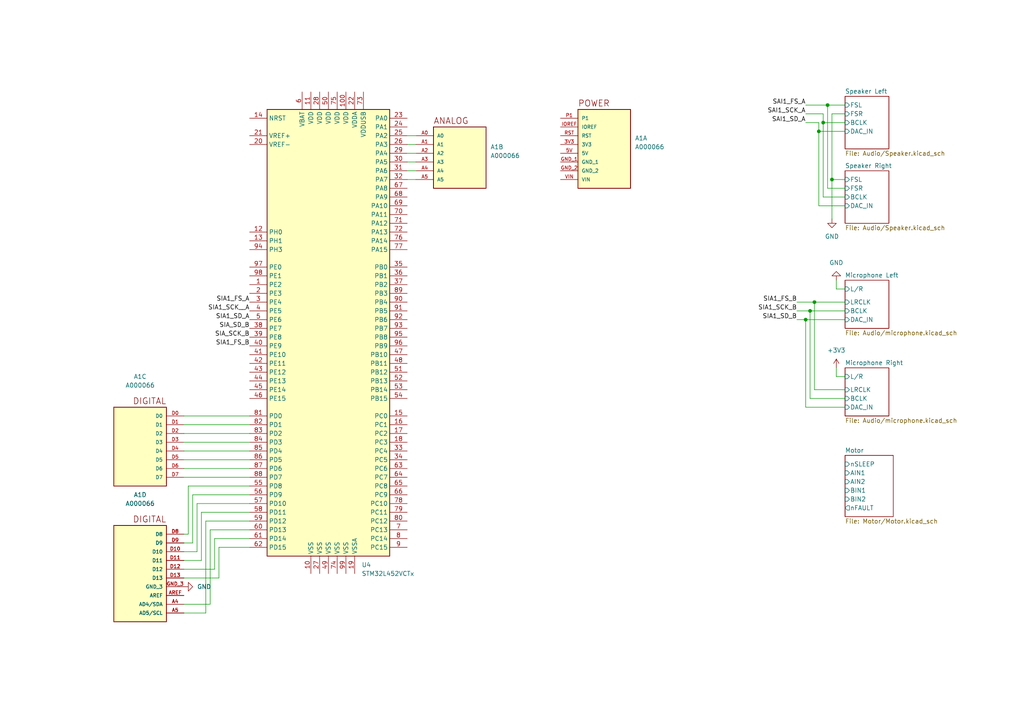
<source format=kicad_sch>
(kicad_sch (version 20211123) (generator eeschema)
  (paper "A4")
  (lib_symbols
    (symbol "A000066_1" (pin_names (offset 1.016))
      (property "Reference" "A1" (at 8.89 1.8323 0))
      (property "Value" "A000066_1" (at 8.89 -0.7077 0))
      (symbol "A000066_1_1_0"
        (rectangle (start -7.62 -10.16) (end 7.62 12.7) (stroke (width 0.254)) (fill (type background)))
        (text "POWER" (at -7.62 13.462 0) (effects (font (size 1.778 1.778)) (justify left bottom)))
        (pin power_in line (at -12.7 2.54 0) (length 5.08) (name "3V3") (number "3V3"))
        (pin power_in line (at -12.7 0 0) (length 5.08) (name "5V") (number "5V"))
        (pin power_in line (at -12.7 -2.54 0) (length 5.08) (name "GND_1") (number "GND_1"))
        (pin power_in line (at -12.7 -5.08 0) (length 5.08) (name "GND_2") (number "GND_2"))
        (pin bidirectional line (at -12.7 7.62 0) (length 5.08) (name "IOREF") (number "IOREF"))
        (pin bidirectional line (at -12.7 10.16 0) (length 5.08) (name "P1") (number "P1"))
        (pin bidirectional line (at -12.7 5.08 0) (length 5.08) (name "RST") (number "RST"))
        (pin power_in line (at -12.7 -7.62 0) (length 5.08) (name "VIN") (number "VIN"))
      )
      (symbol "A000066_1_2_0"
        (rectangle (start -7.62 -10.16) (end 7.62 7.62) (stroke (width 0.254)) (fill (type background)))
        (text "ANALOG" (at -7.62 8.382 0) (effects (font (size 1.778 1.778)) (justify left bottom)))
        (pin bidirectional line (at -12.7 5.08 0) (length 5.08) (name "A0") (number "A0"))
        (pin bidirectional line (at -12.7 2.54 0) (length 5.08) (name "A1") (number "A1"))
        (pin bidirectional line (at -12.7 0 0) (length 5.08) (name "A2") (number "A2"))
        (pin bidirectional line (at -12.7 -2.54 0) (length 5.08) (name "A3") (number "A3"))
        (pin bidirectional line (at -12.7 -5.08 0) (length 5.08) (name "A4") (number "A4"))
        (pin bidirectional line (at -12.7 -7.62 0) (length 5.08) (name "A5") (number "A5"))
      )
      (symbol "A000066_1_3_0"
        (rectangle (start -7.62 -12.7) (end 7.62 10.16) (stroke (width 0.254)) (fill (type background)))
        (text "DIGITAL" (at -7.62 10.922 0) (effects (font (size 1.778 1.778)) (justify left bottom)))
        (pin bidirectional line (at -12.7 7.62 0) (length 5.08) (name "D0") (number "D0"))
        (pin bidirectional line (at -12.7 5.08 0) (length 5.08) (name "D1") (number "D1"))
        (pin bidirectional line (at -12.7 2.54 0) (length 5.08) (name "D2") (number "D2"))
        (pin bidirectional line (at -12.7 0 0) (length 5.08) (name "D3") (number "D3"))
        (pin bidirectional line (at -12.7 -2.54 0) (length 5.08) (name "D4") (number "D4"))
        (pin bidirectional line (at -12.7 -5.08 0) (length 5.08) (name "D5") (number "D5"))
        (pin bidirectional line (at -12.7 -7.62 0) (length 5.08) (name "D6") (number "D6"))
        (pin bidirectional line (at -12.7 -10.16 0) (length 5.08) (name "D7") (number "D7"))
      )
      (symbol "A000066_1_4_0"
        (rectangle (start -7.62 -15.24) (end 7.62 12.7) (stroke (width 0.254)) (fill (type background)))
        (text "DIGITAL" (at -7.62 13.462 0) (effects (font (size 1.778 1.778)) (justify left bottom)))
        (pin bidirectional line (at -12.7 -10.16 0) (length 5.08) (name "AD4/SDA") (number "A4"))
        (pin bidirectional line (at -12.7 -12.7 0) (length 5.08) (name "AD5/SCL") (number "A5"))
        (pin bidirectional line (at -12.7 -7.62 0) (length 5.08) (name "AREF") (number "AREF"))
        (pin bidirectional line (at -12.7 5.08 0) (length 5.08) (name "D10") (number "D10"))
        (pin bidirectional line (at -12.7 2.54 0) (length 5.08) (name "D11") (number "D11"))
        (pin bidirectional line (at -12.7 0 0) (length 5.08) (name "D12") (number "D12"))
        (pin bidirectional line (at -12.7 -2.54 0) (length 5.08) (name "D13") (number "D13"))
        (pin bidirectional line (at -12.7 10.16 0) (length 5.08) (name "D8") (number "D8"))
        (pin bidirectional line (at -12.7 7.62 0) (length 5.08) (name "D9") (number "D9"))
        (pin power_in line (at -12.7 -5.08 0) (length 5.08) (name "GND_3") (number "GND_3"))
      )
    )
    (symbol "Arduino Uno:A000066" (pin_names (offset 1.016))
      (property "Reference" "A" (at -7.62 16.002 0))
      (property "Value" "A000066" (at -7.62 -12.7 0))
      (symbol "A000066_1_0"
        (rectangle (start -7.62 -10.16) (end 7.62 12.7) (stroke (width 0.254)) (fill (type background)))
        (text "POWER" (at -7.62 13.462 0) (effects (font (size 1.778 1.778)) (justify left bottom)))
        (pin power_in line (at -12.7 2.54 0) (length 5.08) (name "3V3") (number "3V3"))
        (pin power_in line (at -12.7 0 0) (length 5.08) (name "5V") (number "5V"))
        (pin power_in line (at -12.7 -2.54 0) (length 5.08) (name "GND_1") (number "GND_1"))
        (pin power_in line (at -12.7 -5.08 0) (length 5.08) (name "GND_2") (number "GND_2"))
        (pin bidirectional line (at -12.7 7.62 0) (length 5.08) (name "IOREF") (number "IOREF"))
        (pin bidirectional line (at -12.7 10.16 0) (length 5.08) (name "P1") (number "P1"))
        (pin bidirectional line (at -12.7 5.08 0) (length 5.08) (name "RST") (number "RST"))
        (pin power_in line (at -12.7 -7.62 0) (length 5.08) (name "VIN") (number "VIN"))
      )
      (symbol "A000066_2_0"
        (rectangle (start -7.62 -10.16) (end 7.62 7.62) (stroke (width 0.254)) (fill (type background)))
        (text "ANALOG" (at -7.62 8.382 0) (effects (font (size 1.778 1.778)) (justify left bottom)))
        (pin bidirectional line (at -12.7 5.08 0) (length 5.08) (name "A0") (number "A0"))
        (pin bidirectional line (at -12.7 2.54 0) (length 5.08) (name "A1") (number "A1"))
        (pin bidirectional line (at -12.7 0 0) (length 5.08) (name "A2") (number "A2"))
        (pin bidirectional line (at -12.7 -2.54 0) (length 5.08) (name "A3") (number "A3"))
        (pin bidirectional line (at -12.7 -5.08 0) (length 5.08) (name "A4") (number "A4"))
        (pin bidirectional line (at -12.7 -7.62 0) (length 5.08) (name "A5") (number "A5"))
      )
      (symbol "A000066_3_0"
        (rectangle (start -7.62 -12.7) (end 7.62 10.16) (stroke (width 0.254)) (fill (type background)))
        (text "DIGITAL" (at -7.62 10.922 0) (effects (font (size 1.778 1.778)) (justify left bottom)))
        (pin bidirectional line (at -12.7 7.62 0) (length 5.08) (name "D0") (number "D0"))
        (pin bidirectional line (at -12.7 5.08 0) (length 5.08) (name "D1") (number "D1"))
        (pin bidirectional line (at -12.7 2.54 0) (length 5.08) (name "D2") (number "D2"))
        (pin bidirectional line (at -12.7 0 0) (length 5.08) (name "D3") (number "D3"))
        (pin bidirectional line (at -12.7 -2.54 0) (length 5.08) (name "D4") (number "D4"))
        (pin bidirectional line (at -12.7 -5.08 0) (length 5.08) (name "D5") (number "D5"))
        (pin bidirectional line (at -12.7 -7.62 0) (length 5.08) (name "D6") (number "D6"))
        (pin bidirectional line (at -12.7 -10.16 0) (length 5.08) (name "D7") (number "D7"))
      )
      (symbol "A000066_4_0"
        (rectangle (start -7.62 -15.24) (end 7.62 12.7) (stroke (width 0.254)) (fill (type background)))
        (text "DIGITAL" (at -7.62 13.462 0) (effects (font (size 1.778 1.778)) (justify left bottom)))
        (pin bidirectional line (at -12.7 -10.16 0) (length 5.08) (name "AD4/SDA") (number "A4(SDA)"))
        (pin bidirectional line (at -12.7 -12.7 0) (length 5.08) (name "AD5/SCL") (number "A5(SCL)"))
        (pin bidirectional line (at -12.7 -7.62 0) (length 5.08) (name "AREF") (number "AREF"))
        (pin bidirectional line (at -12.7 5.08 0) (length 5.08) (name "D10") (number "D10"))
        (pin bidirectional line (at -12.7 2.54 0) (length 5.08) (name "D11") (number "D11"))
        (pin bidirectional line (at -12.7 0 0) (length 5.08) (name "D12") (number "D12"))
        (pin bidirectional line (at -12.7 -2.54 0) (length 5.08) (name "D13") (number "D13"))
        (pin bidirectional line (at -12.7 10.16 0) (length 5.08) (name "D8") (number "D8"))
        (pin bidirectional line (at -12.7 7.62 0) (length 5.08) (name "D9") (number "D9"))
        (pin power_in line (at -12.7 -5.08 0) (length 5.08) (name "GND_3") (number "GND_3"))
      )
    )
    (symbol "MCU_ST_STM32L4:STM32L452VCTx"
      (property "Reference" "U" (at -17.78 64.77 0))
      (property "Value" "STM32L452VCTx" (at 12.7 64.77 0))
      (symbol "STM32L452VCTx_0_1"
        (rectangle (start -17.78 -66.04) (end 17.78 63.5) (stroke (width 0.254)) (fill (type background)))
      )
      (symbol "STM32L452VCTx_1_1"
        (pin bidirectional line (at -22.86 12.7 0) (length 5.08) (name "PE2") (number "1"))
        (pin power_in line (at -5.08 -71.12 90) (length 5.08) (name "VSS") (number "10"))
        (pin power_in line (at 5.08 68.58 270) (length 5.08) (name "VDD") (number "100"))
        (pin power_in line (at -5.08 68.58 270) (length 5.08) (name "VDD") (number "11"))
        (pin input line (at -22.86 27.94 0) (length 5.08) (name "PH0") (number "12"))
        (pin input line (at -22.86 25.4 0) (length 5.08) (name "PH1") (number "13"))
        (pin input line (at -22.86 60.96 0) (length 5.08) (name "NRST") (number "14"))
        (pin bidirectional line (at 22.86 -25.4 180) (length 5.08) (name "PC0") (number "15"))
        (pin bidirectional line (at 22.86 -27.94 180) (length 5.08) (name "PC1") (number "16"))
        (pin bidirectional line (at 22.86 -30.48 180) (length 5.08) (name "PC2") (number "17"))
        (pin bidirectional line (at 22.86 -33.02 180) (length 5.08) (name "PC3") (number "18"))
        (pin power_in line (at 7.62 -71.12 90) (length 5.08) (name "VSSA") (number "19"))
        (pin bidirectional line (at -22.86 10.16 0) (length 5.08) (name "PE3") (number "2"))
        (pin power_in line (at -22.86 53.34 0) (length 5.08) (name "VREF-") (number "20"))
        (pin bidirectional line (at -22.86 55.88 0) (length 5.08) (name "VREF+") (number "21"))
        (pin power_in line (at 7.62 68.58 270) (length 5.08) (name "VDDA") (number "22"))
        (pin bidirectional line (at 22.86 60.96 180) (length 5.08) (name "PA0") (number "23"))
        (pin bidirectional line (at 22.86 58.42 180) (length 5.08) (name "PA1") (number "24"))
        (pin bidirectional line (at 22.86 55.88 180) (length 5.08) (name "PA2") (number "25"))
        (pin bidirectional line (at 22.86 53.34 180) (length 5.08) (name "PA3") (number "26"))
        (pin power_in line (at -2.54 -71.12 90) (length 5.08) (name "VSS") (number "27"))
        (pin power_in line (at -2.54 68.58 270) (length 5.08) (name "VDD") (number "28"))
        (pin bidirectional line (at 22.86 50.8 180) (length 5.08) (name "PA4") (number "29"))
        (pin bidirectional line (at -22.86 7.62 0) (length 5.08) (name "PE4") (number "3"))
        (pin bidirectional line (at 22.86 48.26 180) (length 5.08) (name "PA5") (number "30"))
        (pin bidirectional line (at 22.86 45.72 180) (length 5.08) (name "PA6") (number "31"))
        (pin bidirectional line (at 22.86 43.18 180) (length 5.08) (name "PA7") (number "32"))
        (pin bidirectional line (at 22.86 -35.56 180) (length 5.08) (name "PC4") (number "33"))
        (pin bidirectional line (at 22.86 -38.1 180) (length 5.08) (name "PC5") (number "34"))
        (pin bidirectional line (at 22.86 17.78 180) (length 5.08) (name "PB0") (number "35"))
        (pin bidirectional line (at 22.86 15.24 180) (length 5.08) (name "PB1") (number "36"))
        (pin bidirectional line (at 22.86 12.7 180) (length 5.08) (name "PB2") (number "37"))
        (pin bidirectional line (at -22.86 0 0) (length 5.08) (name "PE7") (number "38"))
        (pin bidirectional line (at -22.86 -2.54 0) (length 5.08) (name "PE8") (number "39"))
        (pin bidirectional line (at -22.86 5.08 0) (length 5.08) (name "PE5") (number "4"))
        (pin bidirectional line (at -22.86 -5.08 0) (length 5.08) (name "PE9") (number "40"))
        (pin bidirectional line (at -22.86 -7.62 0) (length 5.08) (name "PE10") (number "41"))
        (pin bidirectional line (at -22.86 -10.16 0) (length 5.08) (name "PE11") (number "42"))
        (pin bidirectional line (at -22.86 -12.7 0) (length 5.08) (name "PE12") (number "43"))
        (pin bidirectional line (at -22.86 -15.24 0) (length 5.08) (name "PE13") (number "44"))
        (pin bidirectional line (at -22.86 -17.78 0) (length 5.08) (name "PE14") (number "45"))
        (pin bidirectional line (at -22.86 -20.32 0) (length 5.08) (name "PE15") (number "46"))
        (pin bidirectional line (at 22.86 -7.62 180) (length 5.08) (name "PB10") (number "47"))
        (pin bidirectional line (at 22.86 -10.16 180) (length 5.08) (name "PB11") (number "48"))
        (pin power_in line (at 0 -71.12 90) (length 5.08) (name "VSS") (number "49"))
        (pin bidirectional line (at -22.86 2.54 0) (length 5.08) (name "PE6") (number "5"))
        (pin power_in line (at 0 68.58 270) (length 5.08) (name "VDD") (number "50"))
        (pin bidirectional line (at 22.86 -12.7 180) (length 5.08) (name "PB12") (number "51"))
        (pin bidirectional line (at 22.86 -15.24 180) (length 5.08) (name "PB13") (number "52"))
        (pin bidirectional line (at 22.86 -17.78 180) (length 5.08) (name "PB14") (number "53"))
        (pin bidirectional line (at 22.86 -20.32 180) (length 5.08) (name "PB15") (number "54"))
        (pin bidirectional line (at -22.86 -45.72 0) (length 5.08) (name "PD8") (number "55"))
        (pin bidirectional line (at -22.86 -48.26 0) (length 5.08) (name "PD9") (number "56"))
        (pin bidirectional line (at -22.86 -50.8 0) (length 5.08) (name "PD10") (number "57"))
        (pin bidirectional line (at -22.86 -53.34 0) (length 5.08) (name "PD11") (number "58"))
        (pin bidirectional line (at -22.86 -55.88 0) (length 5.08) (name "PD12") (number "59"))
        (pin power_in line (at -7.62 68.58 270) (length 5.08) (name "VBAT") (number "6"))
        (pin bidirectional line (at -22.86 -58.42 0) (length 5.08) (name "PD13") (number "60"))
        (pin bidirectional line (at -22.86 -60.96 0) (length 5.08) (name "PD14") (number "61"))
        (pin bidirectional line (at -22.86 -63.5 0) (length 5.08) (name "PD15") (number "62"))
        (pin bidirectional line (at 22.86 -40.64 180) (length 5.08) (name "PC6") (number "63"))
        (pin bidirectional line (at 22.86 -43.18 180) (length 5.08) (name "PC7") (number "64"))
        (pin bidirectional line (at 22.86 -45.72 180) (length 5.08) (name "PC8") (number "65"))
        (pin bidirectional line (at 22.86 -48.26 180) (length 5.08) (name "PC9") (number "66"))
        (pin bidirectional line (at 22.86 40.64 180) (length 5.08) (name "PA8") (number "67"))
        (pin bidirectional line (at 22.86 38.1 180) (length 5.08) (name "PA9") (number "68"))
        (pin bidirectional line (at 22.86 35.56 180) (length 5.08) (name "PA10") (number "69"))
        (pin bidirectional line (at 22.86 -58.42 180) (length 5.08) (name "PC13") (number "7"))
        (pin bidirectional line (at 22.86 33.02 180) (length 5.08) (name "PA11") (number "70"))
        (pin bidirectional line (at 22.86 30.48 180) (length 5.08) (name "PA12") (number "71"))
        (pin bidirectional line (at 22.86 27.94 180) (length 5.08) (name "PA13") (number "72"))
        (pin power_in line (at 10.16 68.58 270) (length 5.08) (name "VDDUSB") (number "73"))
        (pin power_in line (at 2.54 -71.12 90) (length 5.08) (name "VSS") (number "74"))
        (pin power_in line (at 2.54 68.58 270) (length 5.08) (name "VDD") (number "75"))
        (pin bidirectional line (at 22.86 25.4 180) (length 5.08) (name "PA14") (number "76"))
        (pin bidirectional line (at 22.86 22.86 180) (length 5.08) (name "PA15") (number "77"))
        (pin bidirectional line (at 22.86 -50.8 180) (length 5.08) (name "PC10") (number "78"))
        (pin bidirectional line (at 22.86 -53.34 180) (length 5.08) (name "PC11") (number "79"))
        (pin bidirectional line (at 22.86 -60.96 180) (length 5.08) (name "PC14") (number "8"))
        (pin bidirectional line (at 22.86 -55.88 180) (length 5.08) (name "PC12") (number "80"))
        (pin bidirectional line (at -22.86 -25.4 0) (length 5.08) (name "PD0") (number "81"))
        (pin bidirectional line (at -22.86 -27.94 0) (length 5.08) (name "PD1") (number "82"))
        (pin bidirectional line (at -22.86 -30.48 0) (length 5.08) (name "PD2") (number "83"))
        (pin bidirectional line (at -22.86 -33.02 0) (length 5.08) (name "PD3") (number "84"))
        (pin bidirectional line (at -22.86 -35.56 0) (length 5.08) (name "PD4") (number "85"))
        (pin bidirectional line (at -22.86 -38.1 0) (length 5.08) (name "PD5") (number "86"))
        (pin bidirectional line (at -22.86 -40.64 0) (length 5.08) (name "PD6") (number "87"))
        (pin bidirectional line (at -22.86 -43.18 0) (length 5.08) (name "PD7") (number "88"))
        (pin bidirectional line (at 22.86 10.16 180) (length 5.08) (name "PB3") (number "89"))
        (pin bidirectional line (at 22.86 -63.5 180) (length 5.08) (name "PC15") (number "9"))
        (pin bidirectional line (at 22.86 7.62 180) (length 5.08) (name "PB4") (number "90"))
        (pin bidirectional line (at 22.86 5.08 180) (length 5.08) (name "PB5") (number "91"))
        (pin bidirectional line (at 22.86 2.54 180) (length 5.08) (name "PB6") (number "92"))
        (pin bidirectional line (at 22.86 0 180) (length 5.08) (name "PB7") (number "93"))
        (pin bidirectional line (at -22.86 22.86 0) (length 5.08) (name "PH3") (number "94"))
        (pin bidirectional line (at 22.86 -2.54 180) (length 5.08) (name "PB8") (number "95"))
        (pin bidirectional line (at 22.86 -5.08 180) (length 5.08) (name "PB9") (number "96"))
        (pin bidirectional line (at -22.86 17.78 0) (length 5.08) (name "PE0") (number "97"))
        (pin bidirectional line (at -22.86 15.24 0) (length 5.08) (name "PE1") (number "98"))
        (pin power_in line (at 5.08 -71.12 90) (length 5.08) (name "VSS") (number "99"))
      )
    )
    (symbol "power:+3V3" (power) (pin_names (offset 0))
      (property "Value" "+3V3" (at 0 3.556 0))
      (symbol "+3V3_0_1"
        (polyline (pts (xy -0.762 1.27) (xy 0 2.54)))
        (polyline (pts (xy 0 0) (xy 0 2.54)))
        (polyline (pts (xy 0 2.54) (xy 0.762 1.27)))
      )
      (symbol "+3V3_1_1"
        (pin power_in line (at 0 0 90) (length 0) hide (name "+3V3") (number "1"))
      )
    )
    (symbol "power:GND" (power) (pin_names (offset 0))
      (property "Value" "GND" (at 0 -3.81 0))
      (symbol "GND_0_1"
        (polyline (pts (xy 0 0) (xy 0 -1.27) (xy 1.27 -1.27) (xy 0 -2.54) (xy -1.27 -1.27) (xy 0 -1.27)))
      )
      (symbol "GND_1_1"
        (pin power_in line (at 0 0 270) (length 0) hide (name "GND") (number "1"))
      )
    )
  )
  (junction (at 236.22 87.63))
  (junction (at 241.3 52.07))
  (junction (at 237.49 38.1))
  (junction (at 233.68 92.71))
  (junction (at 240.03 30.48))
  (junction (at 238.76 35.56))
  (junction (at 234.95 90.17))
  (wire (pts (xy 62.23 156.21) (xy 72.39 156.21)))
  (wire (pts (xy 236.22 87.63) (xy 236.22 113.03)))
  (wire (pts (xy 234.95 90.17) (xy 234.95 115.57)))
  (wire (pts (xy 120.65 46.99) (xy 118.11 46.99)))
  (wire (pts (xy 62.23 165.1) (xy 62.23 156.21)))
  (wire (pts (xy 240.03 30.48) (xy 240.03 54.61)))
  (wire (pts (xy 55.88 143.51) (xy 72.39 143.51)))
  (wire (pts (xy 120.65 41.91) (xy 118.11 41.91)))
  (wire (pts (xy 245.11 109.22) (xy 242.57 109.22)))
  (wire (pts (xy 53.34 167.64) (xy 63.5 167.64)))
  (wire (pts (xy 59.69 151.13) (xy 59.69 177.8)))
  (wire (pts (xy 63.5 158.75) (xy 72.39 158.75)))
  (wire (pts (xy 233.68 118.11) (xy 245.11 118.11)))
  (wire (pts (xy 233.68 92.71) (xy 233.68 118.11)))
  (wire (pts (xy 53.34 157.48) (xy 55.88 157.48)))
  (wire (pts (xy 242.57 109.22) (xy 242.57 106.68)))
  (wire (pts (xy 59.69 151.13) (xy 72.39 151.13)))
  (wire (pts (xy 245.11 83.82) (xy 242.57 83.82)))
  (wire (pts (xy 57.15 146.05) (xy 57.15 160.02)))
  (wire (pts (xy 245.11 90.17) (xy 234.95 90.17)))
  (wire (pts (xy 245.11 30.48) (xy 240.03 30.48)))
  (wire (pts (xy 53.34 177.8) (xy 59.69 177.8)))
  (wire (pts (xy 238.76 57.15) (xy 245.11 57.15)))
  (wire (pts (xy 238.76 35.56) (xy 238.76 57.15)))
  (wire (pts (xy 245.11 35.56) (xy 238.76 35.56)))
  (wire (pts (xy 53.34 154.94) (xy 54.61 154.94)))
  (wire (pts (xy 245.11 52.07) (xy 241.3 52.07)))
  (wire (pts (xy 231.14 87.63) (xy 236.22 87.63)))
  (wire (pts (xy 53.34 130.81) (xy 72.39 130.81)))
  (wire (pts (xy 245.11 87.63) (xy 236.22 87.63)))
  (wire (pts (xy 241.3 52.07) (xy 241.3 63.5)))
  (wire (pts (xy 238.76 35.56) (xy 238.76 33.02)))
  (wire (pts (xy 53.34 133.35) (xy 72.39 133.35)))
  (wire (pts (xy 236.22 113.03) (xy 245.11 113.03)))
  (wire (pts (xy 237.49 38.1) (xy 237.49 35.56)))
  (wire (pts (xy 242.57 83.82) (xy 242.57 81.28)))
  (wire (pts (xy 58.42 148.59) (xy 72.39 148.59)))
  (wire (pts (xy 120.65 49.53) (xy 118.11 49.53)))
  (wire (pts (xy 53.34 128.27) (xy 72.39 128.27)))
  (wire (pts (xy 55.88 157.48) (xy 55.88 143.51)))
  (wire (pts (xy 53.34 138.43) (xy 72.39 138.43)))
  (wire (pts (xy 53.34 125.73) (xy 72.39 125.73)))
  (wire (pts (xy 53.34 165.1) (xy 62.23 165.1)))
  (wire (pts (xy 233.68 33.02) (xy 238.76 33.02)))
  (wire (pts (xy 60.96 175.26) (xy 60.96 153.67)))
  (wire (pts (xy 57.15 160.02) (xy 53.34 160.02)))
  (wire (pts (xy 237.49 59.69) (xy 245.11 59.69)))
  (wire (pts (xy 233.68 30.48) (xy 240.03 30.48)))
  (wire (pts (xy 60.96 153.67) (xy 72.39 153.67)))
  (wire (pts (xy 237.49 38.1) (xy 237.49 59.69)))
  (wire (pts (xy 120.65 39.37) (xy 118.11 39.37)))
  (wire (pts (xy 245.11 92.71) (xy 233.68 92.71)))
  (wire (pts (xy 231.14 90.17) (xy 234.95 90.17)))
  (wire (pts (xy 231.14 92.71) (xy 233.68 92.71)))
  (wire (pts (xy 54.61 154.94) (xy 54.61 140.97)))
  (wire (pts (xy 72.39 146.05) (xy 57.15 146.05)))
  (wire (pts (xy 241.3 52.07) (xy 241.3 33.02)))
  (wire (pts (xy 233.68 35.56) (xy 237.49 35.56)))
  (wire (pts (xy 53.34 120.65) (xy 72.39 120.65)))
  (wire (pts (xy 120.65 44.45) (xy 118.11 44.45)))
  (wire (pts (xy 54.61 140.97) (xy 72.39 140.97)))
  (wire (pts (xy 53.34 175.26) (xy 60.96 175.26)))
  (wire (pts (xy 53.34 135.89) (xy 72.39 135.89)))
  (wire (pts (xy 234.95 115.57) (xy 245.11 115.57)))
  (wire (pts (xy 53.34 123.19) (xy 72.39 123.19)))
  (wire (pts (xy 63.5 167.64) (xy 63.5 158.75)))
  (wire (pts (xy 245.11 38.1) (xy 237.49 38.1)))
  (wire (pts (xy 53.34 162.56) (xy 58.42 162.56)))
  (wire (pts (xy 120.65 52.07) (xy 118.11 52.07)))
  (wire (pts (xy 240.03 54.61) (xy 245.11 54.61)))
  (wire (pts (xy 58.42 162.56) (xy 58.42 148.59)))
  (wire (pts (xy 245.11 33.02) (xy 241.3 33.02)))
  (label "SIA_SCK_B" (at 72.39 97.79 180))
  (label "SIA1_FS_B" (at 72.39 100.33 180))
  (label "SIA1_SD_A" (at 72.39 92.71 180))
  (label "SIA1_SCK__A" (at 72.39 90.17 180))
  (label "SIA1_FS_A" (at 72.39 87.63 180))
  (label "SAI1_SD_A" (at 233.68 35.56 180))
  (label "SIA1_SCK_B" (at 231.14 90.17 180))
  (label "SIA1_SD_B" (at 231.14 92.71 180))
  (label "SAI1_SCK_A" (at 233.68 33.02 180))
  (label "SIA1_FS_B" (at 231.14 87.63 180))
  (label "SIA_SD_B" (at 72.39 95.25 180))
  (label "SAI1_FS_A" (at 233.68 30.48 180))
  (symbol (lib_id "power:+3V3") (at 242.57 106.68 0) (unit 1)
    (property "Reference" "#PWR0103" (effects hide))
    (property "Value" "+3V3" (at 242.57 101.6 0))
  )
  (symbol (lib_id "Arduino Uno:A000066") (at 40.64 128.27 0) (mirror y) (unit 3)
    (property "Reference" "A1" (at 40.64 109.22 0))
    (property "Value" "A000066" (at 40.64 111.76 0))
    (property "Footprint" "Custom:ARDUINO_A000066" (effects hide))
    (property "MF" "Arduino" (effects hide))
    (property "Description" "ATmega328P Arduino Uno R3 AVR® ATmega AVR MCU 8-Bit Embedded Evaluation Board" (effects hide))
    (property "Purchase-URL" "https://pricing.snapeda.com/search/part/A000066/?ref=eda" (effects hide))
    (property "Package" "None" (effects hide))
    (property "MP" "A000066" (effects hide))
    (property "Price" "None" (effects hide))
    (property "Availability" "In Stock" (effects hide))
  )
  (symbol (lib_id "power:GND") (at 53.34 170.18 90) (unit 1)
    (property "Reference" "#PWR0126" (effects hide))
    (property "Value" "GND" (at 57.15 170.1799 90) (effects (justify right)))
  )
  (symbol (lib_id "Arduino Uno:A000066") (at 133.35 44.45 0) (unit 2)
    (property "Reference" "A1" (at 142.24 42.6177 0) (effects (justify left)))
    (property "Value" "A000066" (at 142.24 45.1577 0) (effects (justify left)))
    (property "Footprint" "Custom:ARDUINO_A000066" (effects hide))
    (property "MF" "Arduino" (effects hide))
    (property "Description" "ATmega328P Arduino Uno R3 AVR® ATmega AVR MCU 8-Bit Embedded Evaluation Board" (effects hide))
    (property "Purchase-URL" "https://pricing.snapeda.com/search/part/A000066/?ref=eda" (effects hide))
    (property "Package" "None" (effects hide))
    (property "MP" "A000066" (effects hide))
    (property "Price" "None" (effects hide))
    (property "Availability" "In Stock" (effects hide))
  )
  (symbol (lib_id "power:GND") (at 241.3 63.5 0) (unit 1)
    (property "Reference" "#PWR0101" (effects hide))
    (property "Value" "GND" (at 241.3 68.58 0))
  )
  (symbol (lib_name "A000066_1") (lib_id "Arduino Uno:A000066") (at 40.64 165.1 0) (mirror y) (unit 4)
    (property "Reference" "A1" (at 40.64 143.51 0))
    (property "Value" "A000066" (at 40.64 146.05 0))
    (property "Footprint" "Custom:ARDUINO_A000066" (effects hide))
    (property "MF" "Arduino" (effects hide))
    (property "Description" "ATmega328P Arduino Uno R3 AVR® ATmega AVR MCU 8-Bit Embedded Evaluation Board" (effects hide))
    (property "Purchase-URL" "https://pricing.snapeda.com/search/part/A000066/?ref=eda" (effects hide))
    (property "Package" "None" (effects hide))
    (property "MP" "A000066" (effects hide))
    (property "Price" "None" (effects hide))
    (property "Availability" "In Stock" (effects hide))
  )
  (symbol (lib_id "Arduino Uno:A000066") (at 175.26 44.45 0) (unit 1)
    (property "Reference" "A1" (at 184.15 40.0777 0) (effects (justify left)))
    (property "Value" "A000066" (at 184.15 42.6177 0) (effects (justify left)))
    (property "Footprint" "Custom:ARDUINO_A000066" (effects hide))
    (property "MF" "Arduino" (effects hide))
    (property "Description" "ATmega328P Arduino Uno R3 AVR® ATmega AVR MCU 8-Bit Embedded Evaluation Board" (effects hide))
    (property "Purchase-URL" "https://pricing.snapeda.com/search/part/A000066/?ref=eda" (effects hide))
    (property "Package" "None" (effects hide))
    (property "MP" "A000066" (effects hide))
    (property "Price" "None" (effects hide))
    (property "Availability" "In Stock" (effects hide))
  )
  (symbol (lib_id "MCU_ST_STM32L4:STM32L452VCTx") (at 95.25 95.25 0) (unit 1)
    (property "Reference" "U4" (at 104.8894 163.83 0) (effects (justify left)))
    (property "Value" "STM32L452VCTx" (at 104.8894 166.37 0) (effects (justify left)))
    (property "Footprint" "Package_QFP:LQFP-100_14x14mm_P0.5mm" (effects hide))
    (property "Datasheet" "http://www.st.com/st-web-ui/static/active/en/resource/technical/document/datasheet/DM00340549.pdf" (effects hide))
  )
  (symbol (lib_id "power:GND") (at 242.57 81.28 180) (unit 1)
    (property "Reference" "#PWR0102" (effects hide))
    (property "Value" "GND" (at 242.57 76.2 0))
  )
  (sheet (at 245.11 49.53) (size 12.7 15.24) (stroke (width 0.1524))
    (property "Sheet name" "Speaker Right" (at 245.11 48.8184 0) (effects (justify left bottom)))
    (property "Sheet file" "Audio/Speaker.kicad_sch" (at 245.11 65.3546 0) (effects (justify left top)))
    (pin "BCLK" input (at 245.11 57.15 180))
    (pin "DAC_IN" input (at 245.11 59.69 180))
    (pin "FSL" input (at 245.11 52.07 180))
    (pin "FSR" input (at 245.11 54.61 180))
  )
  (sheet (at 245.11 106.68) (size 12.7 13.97) (stroke (width 0.1524))
    (property "Sheet name" "Microphone Right" (at 245.11 105.9684 0) (effects (justify left bottom)))
    (property "Sheet file" "Audio/microphone.kicad_sch" (at 245.11 121.2346 0) (effects (justify left top)))
    (pin "LRCLK" input (at 245.11 113.03 180))
    (pin "BCLK" input (at 245.11 115.57 180))
    (pin "L{slash}R" input (at 245.11 109.22 180))
    (pin "DAC_IN" input (at 245.11 118.11 180))
  )
  (sheet (at 245.11 81.28) (size 12.7 13.97) (stroke (width 0.1524))
    (property "Sheet name" "Microphone Left" (at 245.11 80.5684 0) (effects (justify left bottom)))
    (property "Sheet file" "Audio/microphone.kicad_sch" (at 245.11 95.8346 0) (effects (justify left top)))
    (pin "LRCLK" input (at 245.11 87.63 180))
    (pin "BCLK" input (at 245.11 90.17 180))
    (pin "L{slash}R" input (at 245.11 83.82 180))
    (pin "DAC_IN" input (at 245.11 92.71 180))
  )
  (sheet (at 245.11 132.08) (size 13.97 17.78) (stroke (width 0.1524))
    (property "Sheet name" "Motor" (at 245.11 131.3684 0) (effects (justify left bottom)))
    (property "Sheet file" "Motor/Motor.kicad_sch" (at 245.11 150.4446 0) (effects (justify left top)))
    (pin "nSLEEP" input (at 245.11 134.62 180))
    (pin "nFAULT" output (at 245.11 147.32 180))
    (pin "AIN1" input (at 245.11 137.16 180))
    (pin "AIN2" input (at 245.11 139.7 180))
    (pin "BIN1" input (at 245.11 142.24 180))
    (pin "BIN2" input (at 245.11 144.78 180))
  )
  (sheet (at 245.11 27.94) (size 12.7 15.24) (stroke (width 0.1524))
    (property "Sheet name" "Speaker Left" (at 245.11 27.2284 0) (effects (justify left bottom)))
    (property "Sheet file" "Audio/Speaker.kicad_sch" (at 245.11 43.7646 0) (effects (justify left top)))
    (pin "BCLK" input (at 245.11 35.56 180))
    (pin "DAC_IN" input (at 245.11 38.1 180))
    (pin "FSL" input (at 245.11 30.48 180))
    (pin "FSR" input (at 245.11 33.02 180))
  )
)
</source>
